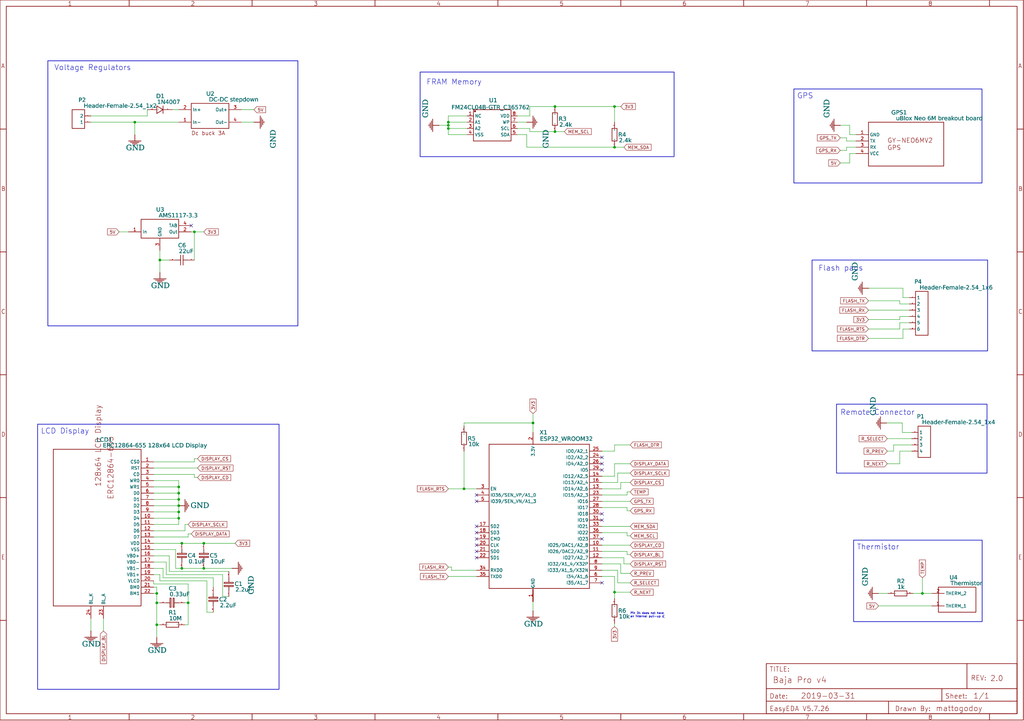
<source format=kicad_sch>
(kicad_sch (version 20231120) (generator "eeschema") (generator_version "8.0")
  (paper "User" 414.782 292.227)
  (lib_symbols
    (symbol "1206B226K160NT"
      (property "Reference" "C6" (at -1.4986 6.7691 0))
      (property "Value" "22uF" (at -1.4986 4.4831 0))
      (symbol "1206B226K160NT_0_0"
        (pin unspecified line (at -5.08 0 0) (length 2.54) (name "1") (number "1"))
        (pin unspecified line (at 5.08 0 180) (length 2.54) (name "2") (number "2"))
      )
    )
    (symbol "Cap_1206_EU"
      (property "Reference" "C1" (at 2.3368 0.8763 0))
      (property "Value" "2.2uF" (at 2.3368 -1.4097 0))
      (symbol "Cap_1206_EU_0_0"
        (pin unspecified line (at 0 -5.08 90) (length 2.54) (name "1") (number "1"))
        (pin unspecified line (at 0 5.08 270) (length 2.54) (name "2") (number "2"))
      )
    )
    (symbol "Cap_1206_EU_1"
      (property "Reference" "C2" (at 2.413 0.9271 0))
      (property "Value" "2.2uF" (at 2.413 -1.4097 0))
      (symbol "Cap_1206_EU_1_0_0"
        (pin unspecified line (at 0 5.08 270) (length 2.54) (name "1") (number "1"))
        (pin unspecified line (at 0 -5.08 90) (length 2.54) (name "2") (number "2"))
      )
    )
    (symbol "Cap_1206_EU_2"
      (property "Reference" "C3" (at -1.4986 6.6421 0))
      (property "Value" "0.33uF" (at -1.4986 4.3561 0))
      (symbol "Cap_1206_EU_2_0_0"
        (pin unspecified line (at -5.08 0 0) (length 2.54) (name "1") (number "1"))
        (pin unspecified line (at 5.08 0 180) (length 2.54) (name "2") (number "2"))
      )
    )
    (symbol "Cap_1206_EU_3"
      (property "Reference" "C4" (at 2.413 0.9271 0))
      (property "Value" "0.1uF" (at 2.413 -1.4097 0))
      (symbol "Cap_1206_EU_3_0_0"
        (pin unspecified line (at 0 5.08 270) (length 2.54) (name "1") (number "1"))
        (pin unspecified line (at 0 -5.08 90) (length 2.54) (name "2") (number "2"))
      )
    )
    (symbol "Cap_1206_EU_4"
      (property "Reference" "C5" (at 2.413 0.9271 0))
      (property "Value" "10uF" (at 2.413 -1.4097 0))
      (symbol "Cap_1206_EU_4_0_0"
        (pin unspecified line (at 0 5.08 270) (length 2.54) (name "1") (number "1"))
        (pin unspecified line (at 0 -5.08 90) (length 2.54) (name "2") (number "2"))
      )
    )
    (symbol "GND" (power) (pin_numbers hide) (pin_names hide)
      (property "Value" "GND" (at 0 6.35 0))
      (symbol "GND_0_0"
        (pin power_in line (at 0 0 270) (length 0) (name "GND") (number "1"))
      )
    )
    (symbol "Res_1206(1/4W)_EU"
      (property "Reference" "R1" (at -1.4986 5.8039 0))
      (property "Value" "10M" (at -1.4986 3.4671 0))
      (symbol "Res_1206(1/4W)_EU_0_0"
        (pin unspecified line (at -5.08 0 0) (length 2.54) (name "1") (number "1"))
        (pin unspecified line (at 5.08 0 180) (length 2.54) (name "2") (number "2"))
      )
    )
    (symbol "Res_1206(1/4W)_EU_1"
      (property "Reference" "R2" (at -1.4224 5.8039 0))
      (property "Value" "1k" (at -1.4224 3.4671 0))
      (symbol "Res_1206(1/4W)_EU_1_0_0"
        (pin unspecified line (at -5.08 0 0) (length 2.54) (name "1") (number "1"))
        (pin unspecified line (at 5.08 0 180) (length 2.54) (name "2") (number "2"))
      )
    )
    (symbol "Res_1206(1/4W)_EU_2"
      (property "Reference" "R3" (at 1.524 0.8763 0))
      (property "Value" "2.4k" (at 1.524 -1.4097 0))
      (symbol "Res_1206(1/4W)_EU_2_0_0"
        (pin unspecified line (at 0 -5.08 90) (length 2.54) (name "1") (number "1"))
        (pin unspecified line (at 0 5.08 270) (length 2.54) (name "2") (number "2"))
      )
    )
    (symbol "Res_1206(1/4W)_EU_3"
      (property "Reference" "R4" (at 1.524 0.8763 0))
      (property "Value" "2.4k" (at 1.524 -1.4097 0))
      (symbol "Res_1206(1/4W)_EU_3_0_0"
        (pin unspecified line (at 0 -5.08 90) (length 2.54) (name "1") (number "1"))
        (pin unspecified line (at 0 5.08 270) (length 2.54) (name "2") (number "2"))
      )
    )
    (symbol "Res_1206(1/4W)_EU_4"
      (property "Reference" "R5" (at 1.524 0.8509 0))
      (property "Value" "10k" (at 1.524 -1.3843 0))
      (symbol "Res_1206(1/4W)_EU_4_0_0"
        (pin unspecified line (at 0 -5.08 90) (length 2.54) (name "1") (number "1"))
        (pin unspecified line (at 0 5.08 270) (length 2.54) (name "2") (number "2"))
      )
    )
    (symbol "Res_1206(1/4W)_EU_5"
      (property "Reference" "R6" (at 1.524 0.9271 0))
      (property "Value" "10k" (at 1.524 -1.3589 0))
      (symbol "Res_1206(1/4W)_EU_5_0_0"
        (pin unspecified line (at 0 -5.08 90) (length 2.54) (name "1") (number "1"))
        (pin unspecified line (at 0 5.08 270) (length 2.54) (name "2") (number "2"))
      )
    )
    (symbol "Unknown_130_190"
      (property "Reference" "P2" (at -1.1938 8.5471 0))
      (property "Value" "Header-Female-2.54_1x2" (at -1.1938 6.2611 0))
      (symbol "Unknown_130_190_0_0"
        (pin input line (at 3.81 -1.27 180) (length 2.54) (name "1") (number "1"))
        (pin input line (at 3.81 1.27 180) (length 2.54) (name "2") (number "2"))
      )
    )
    (symbol "Unknown_1385_195"
      (property "Reference" "GPS1" (at 9.271 4.7371 0))
      (property "Value" "uBlox Neo 6M breakout board" (at 9.271 2.4511 0))
      (symbol "Unknown_1385_195_0_0"
        (text "GY-NEO6MV2\nGPS" (at 7.62 -6.2992 0) (effects (font (size 1.8288 1.8288)) (justify left top)))
        (pin unspecified line (at -5.08 -5.08 0) (length 5.08) (name "GND") (number "1"))
        (pin unspecified line (at -5.08 -7.62 0) (length 5.08) (name "TX") (number "2"))
        (pin unspecified line (at -5.08 -10.16 0) (length 5.08) (name "RX") (number "3"))
        (pin unspecified line (at -5.08 -12.7 0) (length 5.08) (name "VCC") (number "4"))
      )
    )
    (symbol "Unknown_1465_500"
      (property "Reference" "P4" (at -1.7018 13.6271 0))
      (property "Value" "Header-Female-2.54_1x6" (at -1.7018 11.3411 0))
      (symbol "Unknown_1465_500_0_0"
        (pin input line (at -3.81 6.35 0) (length 2.54) (name "1") (number "1"))
        (pin input line (at -3.81 3.81 0) (length 2.54) (name "2") (number "2"))
        (pin input line (at -3.81 1.27 0) (length 2.54) (name "3") (number "3"))
        (pin input line (at -3.81 -1.27 0) (length 2.54) (name "4") (number "4"))
        (pin input line (at -3.81 -3.81 0) (length 2.54) (name "5") (number "5"))
        (pin input line (at -3.81 -6.35 0) (length 2.54) (name "6") (number "6"))
      )
    )
    (symbol "Unknown_1469_705"
      (property "Reference" "P1" (at -1.7018 11.0871 0))
      (property "Value" "Header-Female-2.54_1x4" (at -1.7018 8.8011 0))
      (symbol "Unknown_1469_705_0_0"
        (pin input line (at -3.81 3.81 0) (length 2.54) (name "1") (number "1"))
        (pin input line (at -3.81 1.27 0) (length 2.54) (name "2") (number "2"))
        (pin input line (at -3.81 -1.27 0) (length 2.54) (name "3") (number "3"))
        (pin input line (at -3.81 -3.81 0) (length 2.54) (name "4") (number "4"))
      )
    )
    (symbol "Unknown_1506_957"
      (property "Reference" "U4" (at 2.1082 9.8171 0))
      (property "Value" "Thermistor" (at 2.1082 7.5311 0))
      (symbol "Unknown_1506_957_0_0"
        (pin unspecified line (at -5.08 -2.54 0) (length 5.08) (name "THERM_1") (number "1"))
        (pin unspecified line (at -5.08 2.54 0) (length 5.08) (name "THERM_2") (number "2"))
      )
    )
    (symbol "Unknown_155_837"
      (property "Reference" "LCD1" (at -0.2286 35.1663 0))
      (property "Value" "ERC12864-655 128x64 LCD Display" (at -0.2286 32.9311 0))
      (symbol "Unknown_155_837_0_0"
        (text "128x64 LCD Display" (at -0.8763 15.24 2700) (effects (font (size 2.1717 2.1717)) (justify left top)))
        (text "ERC12864-655" (at 4.1783 10.1346 2700) (effects (font (size 2.1717 2.1717)) (justify left top)))
        (pin unspecified line (at 22.86 25.4 180) (length 5.08) (name "CS0") (number "1"))
        (pin unspecified line (at 22.86 2.54 180) (length 5.08) (name "D4") (number "10"))
        (pin unspecified line (at 22.86 0 180) (length 5.08) (name "D5") (number "11"))
        (pin unspecified line (at 22.86 -2.54 180) (length 5.08) (name "D6") (number "12"))
        (pin unspecified line (at 22.86 -5.08 180) (length 5.08) (name "D7") (number "13"))
        (pin unspecified line (at 22.86 -7.62 180) (length 5.08) (name "VDD") (number "14"))
        (pin unspecified line (at 22.86 -10.16 180) (length 5.08) (name "VSS") (number "15"))
        (pin unspecified line (at 22.86 -12.7 180) (length 5.08) (name "VB0+") (number "16"))
        (pin unspecified line (at 22.86 -15.24 180) (length 5.08) (name "VB0-") (number "17"))
        (pin unspecified line (at 22.86 -17.78 180) (length 5.08) (name "VB1-") (number "18"))
        (pin unspecified line (at 22.86 -20.32 180) (length 5.08) (name "VB1+") (number "19"))
        (pin unspecified line (at 22.86 22.86 180) (length 5.08) (name "RST") (number "2"))
        (pin unspecified line (at 22.86 -22.86 180) (length 5.08) (name "VLCD") (number "20"))
        (pin unspecified line (at 22.86 -25.4 180) (length 5.08) (name "BM0") (number "21"))
        (pin unspecified line (at 22.86 -27.94 180) (length 5.08) (name "BM1") (number "22"))
        (pin unspecified line (at 2.54 -38.1 90) (length 5.08) (name "BL_A") (number "23"))
        (pin unspecified line (at -2.54 -38.1 90) (length 5.08) (name "BL_K") (number "24"))
        (pin unspecified line (at 22.86 20.32 180) (length 5.08) (name "CD") (number "3"))
        (pin unspecified line (at 22.86 17.78 180) (length 5.08) (name "WR0") (number "4"))
        (pin unspecified line (at 22.86 15.24 180) (length 5.08) (name "WR1") (number "5"))
        (pin unspecified line (at 22.86 12.7 180) (length 5.08) (name "D0") (number "6"))
        (pin unspecified line (at 22.86 10.16 180) (length 5.08) (name "D1") (number "7"))
        (pin unspecified line (at 22.86 7.62 180) (length 5.08) (name "D2") (number "8"))
        (pin unspecified line (at 22.86 5.08 180) (length 5.08) (name "D3") (number "9"))
      )
    )
    (symbol "Unknown_255_175"
      (property "Reference" "D1" (at -1.4986 6.3119 0))
      (property "Value" "1N4007" (at -1.4986 3.9751 0))
      (symbol "Unknown_255_175_0_0"
        (pin unspecified line (at -5.08 0 0) (length 3.81) (name "+") (number "1"))
        (pin unspecified line (at 5.08 0 180) (length 3.81) (name "-") (number "2"))
      )
    )
    (symbol "Unknown_255_375"
      (property "Reference" "U3" (at -1.4986 11.1125 0))
      (property "Value" "AMS1117-3.3" (at -1.4986 8.8011 0))
      (symbol "Unknown_255_375_0_0"
        (pin unspecified line (at -12.7 1.27 0) (length 5.08) (name "In") (number "1"))
        (pin unspecified line (at 12.7 1.27 180) (length 5.08) (name "Out") (number "2"))
        (pin unspecified line (at 0 -6.35 90) (length 5.08) (name "GND") (number "3"))
        (pin unspecified line (at 12.7 3.81 180) (length 5.08) (name "TAB") (number "4"))
      )
    )
    (symbol "Unknown_365_205"
      (property "Reference" "U2" (at -9.1186 14.8971 0))
      (property "Value" "DC-DC stepdown" (at -9.1186 12.6111 0))
      (symbol "Unknown_365_205_0_0"
        (text "Dc buck 3A" (at -15.24 -0.9716 0) (effects (font (size 1.5684 1.5684)) (justify left top)))
        (pin unspecified line (at -20.32 2.54 0) (length 5.08) (name "In-") (number "1"))
        (pin unspecified line (at -20.32 7.62 0) (length 5.08) (name "In+") (number "2"))
        (pin unspecified line (at 5.08 7.62 180) (length 5.08) (name "Out+") (number "3"))
        (pin unspecified line (at 5.08 2.54 180) (length 5.08) (name "Out-") (number "4"))
      )
    )
    (symbol "Unknown_785_200"
      (property "Reference" "U1" (at -1.2446 10.9601 0))
      (property "Value" "FM24CL04B-GTR_C365762" (at -17.78 8.1661 0))
      (symbol "Unknown_785_200_0_0"
        (pin unspecified line (at -10.16 3.81 0) (length 2.54) (name "NC") (number "1"))
        (pin unspecified line (at -10.16 1.27 0) (length 2.54) (name "A1") (number "2"))
        (pin unspecified line (at -10.16 -1.27 0) (length 2.54) (name "A2") (number "3"))
        (pin unspecified line (at -10.16 -3.81 0) (length 2.54) (name "VSS") (number "4"))
        (pin unspecified line (at 10.16 -3.81 180) (length 2.54) (name "SDA") (number "5"))
        (pin unspecified line (at 10.16 -1.27 180) (length 2.54) (name "SCL") (number "6"))
        (pin unspecified line (at 10.16 1.27 180) (length 2.54) (name "WP") (number "7"))
        (pin unspecified line (at 10.16 3.81 180) (length 2.54) (name "VDD") (number "8"))
      )
    )
    (symbol "Unknown_816_574"
      (symbol "Unknown_816_574_0_0"
        (text "1" (at -179.832 -143.9799 0) (effects (font (size 1.6891 1.6891)) (justify left top)))
        (text "1" (at -179.832 145.3261 0) (effects (font (size 1.6891 1.6891)) (justify left top)))
        (text "1/1" (at 186.944 -134.9883 0) (effects (font (size 2.1717 2.1717)) (justify left top)))
        (text "2" (at -130.048 -143.9799 0) (effects (font (size 1.6891 1.6891)) (justify left top)))
        (text "2" (at -130.048 145.3261 0) (effects (font (size 1.6891 1.6891)) (justify left top)))
        (text "2.0" (at 193.802 -127.8763 0) (effects (font (size 2.1717 2.1717)) (justify left top)))
        (text "2019-03-31" (at 117.094 -134.9883 0) (effects (font (size 2.1717 2.1717)) (justify left top)))
        (text "3" (at -80.264 -143.9799 0) (effects (font (size 1.6891 1.6891)) (justify left top)))
        (text "3" (at -80.264 145.3261 0) (effects (font (size 1.6891 1.6891)) (justify left top)))
        (text "4" (at -30.48 -143.9799 0) (effects (font (size 1.6891 1.6891)) (justify left top)))
        (text "4" (at -30.48 145.3261 0) (effects (font (size 1.6891 1.6891)) (justify left top)))
        (text "5" (at 19.304 -143.9799 0) (effects (font (size 1.6891 1.6891)) (justify left top)))
        (text "5" (at 19.304 145.3261 0) (effects (font (size 1.6891 1.6891)) (justify left top)))
        (text "6" (at 69.088 -143.9799 0) (effects (font (size 1.6891 1.6891)) (justify left top)))
        (text "6" (at 69.088 145.3261 0) (effects (font (size 1.6891 1.6891)) (justify left top)))
        (text "7" (at 118.872 -143.9799 0) (effects (font (size 1.6891 1.6891)) (justify left top)))
        (text "7" (at 118.872 145.3261 0) (effects (font (size 1.6891 1.6891)) (justify left top)))
        (text "8" (at 168.656 -143.9799 0) (effects (font (size 1.6891 1.6891)) (justify left top)))
        (text "8" (at 168.656 145.3261 0) (effects (font (size 1.6891 1.6891)) (justify left top)))
        (text "A" (at -206.883 120.0531 0) (effects (font (size 1.6891 1.6891)) (justify left top)))
        (text "A" (at 205.105 120.0531 0) (effects (font (size 1.6891 1.6891)) (justify left top)))
        (text "B" (at -206.883 70.2691 0) (effects (font (size 1.6891 1.6891)) (justify left top)))
        (text "B" (at 205.105 70.2691 0) (effects (font (size 1.6891 1.6891)) (justify left top)))
        (text "Baja Pro v4" (at 105.664 -128.397 0) (effects (font (size 2.413 2.413)) (justify left top)))
        (text "C" (at -206.883 20.4851 0) (effects (font (size 1.6891 1.6891)) (justify left top)))
        (text "C" (at 205.105 20.4851 0) (effects (font (size 1.6891 1.6891)) (justify left top)))
        (text "D" (at -206.883 -29.2989 0) (effects (font (size 1.6891 1.6891)) (justify left top)))
        (text "D" (at 205.105 -29.2989 0) (effects (font (size 1.6891 1.6891)) (justify left top)))
        (text "Date:" (at 104.394 -135.2296 0) (effects (font (size 1.9304 1.9304)) (justify left top)))
        (text "Drawn By:" (at 155.194 -140.3096 0) (effects (font (size 1.9304 1.9304)) (justify left top)))
        (text "E" (at -206.883 -79.0829 0) (effects (font (size 1.6891 1.6891)) (justify left top)))
        (text "E" (at 205.105 -79.0829 0) (effects (font (size 1.6891 1.6891)) (justify left top)))
        (text "EasyEDA V5.7.26" (at 104.394 -140.3096 0) (effects (font (size 1.9304 1.9304)) (justify left top)))
        (text "mattogodoy" (at 171.704 -140.0683 0) (effects (font (size 2.1717 2.1717)) (justify left top)))
        (text "REV:" (at 185.928 -127.8636 0) (effects (font (size 1.9304 1.9304)) (justify left top)))
        (text "Sheet:" (at 175.514 -135.2296 0) (effects (font (size 1.9304 1.9304)) (justify left top)))
        (text "TITLE:" (at 104.394 -124.3076 0) (effects (font (size 1.9304 1.9304)) (justify left top)))
      )
    )
    (symbol "Unknown_850_940"
      (property "Reference" "X1" (at 2.667 64.3001 0))
      (property "Value" "ESP32_WROOM32" (at 2.54 61.7601 0))
      (symbol "Unknown_850_940_0_0"
        (pin bidirectional line (at 0 -5.08 90) (length 4.9784) (name "GND") (number "1"))
        (pin bidirectional line (at 27.94 17.78 180) (length 4.9784) (name "IO25/DAC1/A2_8") (number "10"))
        (pin bidirectional line (at 27.94 15.24 180) (length 4.9784) (name "IO26/DAC2/A2_9") (number "11"))
        (pin bidirectional line (at 27.94 12.7 180) (length 4.9784) (name "IO27/A2_7") (number "12"))
        (pin bidirectional line (at 27.94 40.64 180) (length 4.9784) (name "IO14/A2_6") (number "13"))
        (pin bidirectional line (at 27.94 45.72 180) (length 4.9784) (name "IO12/A2_5") (number "14"))
        (pin bidirectional line (at 0 -5.08 90) (length 4.9784) (name "GND") (number "15"))
        (pin bidirectional line (at 27.94 43.18 180) (length 4.9784) (name "IO13/A2_4") (number "16"))
        (pin bidirectional line (at -22.86 25.4 0) (length 4.9784) (name "SD2") (number "17"))
        (pin bidirectional line (at -22.86 22.86 0) (length 4.9784) (name "SD3") (number "18"))
        (pin bidirectional line (at -22.86 20.32 0) (length 4.9784) (name "CMD") (number "19"))
        (pin bidirectional line (at 0 63.5 270) (length 4.9784) (name "3.3V") (number "2"))
        (pin bidirectional line (at -22.86 17.78 0) (length 4.9784) (name "CLK") (number "20"))
        (pin bidirectional line (at -22.86 15.24 0) (length 4.9784) (name "SD0") (number "21"))
        (pin bidirectional line (at -22.86 12.7 0) (length 4.9784) (name "SD1") (number "22"))
        (pin bidirectional line (at 27.94 38.1 180) (length 4.9784) (name "IO15/A2_3") (number "23"))
        (pin bidirectional line (at 27.94 53.34 180) (length 4.9784) (name "IO2/A2_2") (number "24"))
        (pin bidirectional line (at 27.94 55.88 180) (length 4.9784) (name "IO0/A2_1") (number "25"))
        (pin bidirectional line (at 27.94 50.8 180) (length 4.9784) (name "IO4/A2_0") (number "26"))
        (pin bidirectional line (at 27.94 35.56 180) (length 4.9784) (name "IO16") (number "27"))
        (pin bidirectional line (at 27.94 33.02 180) (length 4.9784) (name "IO17") (number "28"))
        (pin bidirectional line (at 27.94 48.26 180) (length 4.9784) (name "IO5") (number "29"))
        (pin bidirectional line (at -22.86 40.64 0) (length 4.9784) (name "EN") (number "3"))
        (pin bidirectional line (at 27.94 30.48 180) (length 4.9784) (name "IO18") (number "30"))
        (pin bidirectional line (at 27.94 27.94 180) (length 4.9784) (name "IO19") (number "31"))
        (pin bidirectional line (at 27.94 25.4 180) (length 4.9784) (name "IO21") (number "33"))
        (pin bidirectional line (at -22.86 7.62 0) (length 4.9784) (name "RXD0") (number "34"))
        (pin bidirectional line (at -22.86 5.08 0) (length 4.9784) (name "TXD0") (number "35"))
        (pin bidirectional line (at 27.94 22.86 180) (length 4.9784) (name "IO22") (number "36"))
        (pin bidirectional line (at 27.94 20.32 180) (length 4.9784) (name "IO23") (number "37"))
        (pin bidirectional line (at 0 -5.08 90) (length 4.9784) (name "GND") (number "38"))
        (pin bidirectional line (at -22.86 38.1 0) (length 4.9784) (name "IO36/SEN_VP/A1_0") (number "4"))
        (pin bidirectional line (at -22.86 35.56 0) (length 4.9784) (name "IO39/SEN_VN/A1_3") (number "5"))
        (pin bidirectional line (at 27.94 5.08 180) (length 4.9784) (name "I34/A1_6") (number "6"))
        (pin bidirectional line (at 27.94 2.54 180) (length 4.9784) (name "I35/A1_7") (number "7"))
        (pin bidirectional line (at 27.94 10.16 180) (length 4.9784) (name "IO32/A1_4/X32P") (number "8"))
        (pin bidirectional line (at 27.94 7.62 180) (length 4.9784) (name "IO33/A1_5/X32N") (number "9"))
        (pin bidirectional line (at 0 -5.08 90) (length 4.9784) (name "GND") (number "P$1"))
      )
    )
  )
  (junction (at 63.5 253.238))
  (junction (at 72.39 197.358))
  (junction (at 181.61 49.53))
  (junction (at 248.92 59.69))
  (junction (at 72.39 210.058))
  (junction (at 63.5 240.538))
  (junction (at 63.5 244.348))
  (junction (at 248.92 43.18))
  (junction (at 187.96 198.12))
  (junction (at 248.92 240.03))
  (junction (at 78.74 93.98))
  (junction (at 181.61 52.07))
  (junction (at 72.39 204.978))
  (junction (at 82.55 230.378))
  (junction (at 72.39 199.898))
  (junction (at 215.9 171.45))
  (junction (at 73.66 220.218))
  (junction (at 82.55 220.218))
  (junction (at 224.79 53.34))
  (junction (at 64.77 105.41))
  (junction (at 373.634 240.538))
  (junction (at 181.61 50.8))
  (junction (at 76.2 244.348))
  (junction (at 73.66 230.378))
  (junction (at 54.61 49.53))
  (junction (at 224.79 43.18))
  (junction (at 72.39 202.438))
  (junction (at 72.39 207.518))
  (no_connect (at 243.84 208.28))
  (no_connect (at 243.84 185.42))
  (no_connect (at 243.84 187.96))
  (no_connect (at 193.04 213.36))
  (no_connect (at 77.47 91.44))
  (no_connect (at 243.84 190.5))
  (no_connect (at 243.84 218.44))
  (no_connect (at 193.04 220.98))
  (no_connect (at 193.04 223.52))
  (no_connect (at 193.04 203.2))
  (no_connect (at 193.04 215.9))
  (no_connect (at 193.04 226.06))
  (no_connect (at 243.84 210.82))
  (no_connect (at 193.04 200.66))
  (no_connect (at 243.84 236.22))
  (no_connect (at 193.04 218.44))
  (wire (pts (xy 76.2 236.728) (xy 62.23 236.728)))
  (wire (pts (xy 248.92 240.03) (xy 255.27 240.03)))
  (wire (pts (xy 182.88 231.14) (xy 193.04 231.14)))
  (wire (pts (xy 181.61 233.68) (xy 193.04 233.68)))
  (wire (pts (xy 344.17 50.8) (xy 344.17 54.61)))
  (wire (pts (xy 78.74 105.41) (xy 78.74 93.98)))
  (wire (pts (xy 213.36 54.61) (xy 213.36 59.69)))
  (wire (pts (xy 76.2 216.408) (xy 76.2 217.678)))
  (wire (pts (xy 254 223.52) (xy 254 224.79)))
  (wire (pts (xy 254 215.9) (xy 254 217.17)))
  (wire (pts (xy 62.23 210.058) (xy 72.39 210.058)))
  (wire (pts (xy 54.61 54.61) (xy 54.61 49.53)))
  (wire (pts (xy 181.61 49.53) (xy 181.61 50.8)))
  (wire (pts (xy 182.88 229.87) (xy 182.88 231.14)))
  (wire (pts (xy 62.23 202.438) (xy 72.39 202.438)))
  (wire (pts (xy 62.23 227.838) (xy 67.31 227.838)))
  (wire (pts (xy 248.92 43.18) (xy 251.46 43.18)))
  (wire (pts (xy 248.92 180.34) (xy 248.92 182.88)))
  (wire (pts (xy 215.9 167.64) (xy 215.9 171.45)))
  (wire (pts (xy 340.36 55.88) (xy 342.9 55.88)))
  (wire (pts (xy 82.55 220.218) (xy 95.25 220.218)))
  (wire (pts (xy 344.17 54.61) (xy 346.71 54.61)))
  (wire (pts (xy 187.96 182.88) (xy 187.96 198.12)))
  (wire (pts (xy 351.79 116.84) (xy 365.76 116.84)))
  (wire (pts (xy 214.63 52.07) (xy 214.63 53.34)))
  (wire (pts (xy 214.63 46.99) (xy 214.63 43.18)))
  (wire (pts (xy 243.84 213.36) (xy 255.27 213.36)))
  (wire (pts (xy 62.23 197.358) (xy 72.39 197.358)))
  (wire (pts (xy 364.49 121.92) (xy 364.49 123.19)))
  (wire (pts (xy 355.854 245.618) (xy 377.444 245.618)))
  (wire (pts (xy 73.66 220.218) (xy 82.55 220.218)))
  (wire (pts (xy 351.79 129.54) (xy 364.49 129.54)))
  (wire (pts (xy 215.9 171.45) (xy 215.9 175.26)))
  (wire (pts (xy 214.63 43.18) (xy 224.79 43.18)))
  (wire (pts (xy 248.92 242.57) (xy 248.92 240.03)))
  (wire (pts (xy 181.61 54.61) (xy 181.61 52.07)))
  (wire (pts (xy 72.39 194.818) (xy 62.23 194.818)))
  (wire (pts (xy 187.96 172.72) (xy 187.96 171.45)))
  (wire (pts (xy 64.77 244.348) (xy 63.5 244.348)))
  (wire (pts (xy 215.9 247.65) (xy 215.9 243.84)))
  (wire (pts (xy 243.84 233.68) (xy 248.92 233.68)))
  (wire (pts (xy 342.9 59.69) (xy 346.71 59.69)))
  (wire (pts (xy 243.84 220.98) (xy 255.27 220.98)))
  (wire (pts (xy 77.47 216.408) (xy 76.2 216.408)))
  (wire (pts (xy 209.55 52.07) (xy 214.63 52.07)))
  (wire (pts (xy 243.84 195.58) (xy 250.19 195.58)))
  (wire (pts (xy 62.23 240.538) (xy 63.5 240.538)))
  (wire (pts (xy 243.84 231.14) (xy 250.19 231.14)))
  (wire (pts (xy 209.55 46.99) (xy 214.63 46.99)))
  (wire (pts (xy 364.49 128.27) (xy 368.3 128.27)))
  (wire (pts (xy 72.39 199.898) (xy 72.39 197.358)))
  (wire (pts (xy 189.23 52.07) (xy 181.61 52.07)))
  (wire (pts (xy 254 200.66) (xy 254 199.39)))
  (wire (pts (xy 48.26 93.98) (xy 52.07 93.98)))
  (wire (pts (xy 243.84 228.6) (xy 251.46 228.6)))
  (wire (pts (xy 251.46 198.12) (xy 251.46 195.58)))
  (wire (pts (xy 243.84 205.74) (xy 254 205.74)))
  (wire (pts (xy 64.77 235.458) (xy 83.82 235.458)))
  (wire (pts (xy 243.84 223.52) (xy 254 223.52)))
  (wire (pts (xy 62.23 222.758) (xy 71.12 222.758)))
  (wire (pts (xy 254 205.74) (xy 254 207.01)))
  (wire (pts (xy 243.84 203.2) (xy 255.27 203.2)))
  (wire (pts (xy 90.17 241.808) (xy 92.71 241.808)))
  (wire (pts (xy 243.84 193.04) (xy 248.92 193.04)))
  (wire (pts (xy 359.156 171.45) (xy 365.506 171.45)))
  (wire (pts (xy 72.39 210.058) (xy 72.39 207.518)))
  (wire (pts (xy 97.79 44.45) (xy 102.87 44.45)))
  (wire (pts (xy 41.91 250.698) (xy 41.91 255.778)))
  (wire (pts (xy 377.444 240.538) (xy 373.634 240.538)))
  (wire (pts (xy 66.04 230.378) (xy 62.23 230.378)))
  (wire (pts (xy 365.506 175.26) (xy 369.316 175.26)))
  (wire (pts (xy 189.23 46.99) (xy 181.61 46.99)))
  (wire (pts (xy 250.19 195.58) (xy 250.19 191.77)))
  (wire (pts (xy 62.23 204.978) (xy 72.39 204.978)))
  (wire (pts (xy 62.23 189.738) (xy 80.01 189.738)))
  (wire (pts (xy 78.74 192.278) (xy 78.74 193.548)))
  (wire (pts (xy 340.36 66.04) (xy 344.17 66.04)))
  (wire (pts (xy 62.23 199.898) (xy 72.39 199.898)))
  (wire (pts (xy 243.84 226.06) (xy 252.73 226.06)))
  (wire (pts (xy 36.83 49.53) (xy 54.61 49.53)))
  (wire (pts (xy 373.634 234.188) (xy 373.634 240.538)))
  (wire (pts (xy 74.93 212.598) (xy 76.2 212.598)))
  (wire (pts (xy 64.77 232.918) (xy 64.77 235.458)))
  (wire (pts (xy 365.76 120.65) (xy 368.3 120.65)))
  (wire (pts (xy 78.74 93.98) (xy 82.55 93.98)))
  (wire (pts (xy 365.506 171.45) (xy 365.506 175.26)))
  (wire (pts (xy 364.49 129.54) (xy 364.49 128.27)))
  (wire (pts (xy 64.77 105.41) (xy 64.77 110.49)))
  (wire (pts (xy 344.17 62.23) (xy 346.71 62.23)))
  (wire (pts (xy 66.04 234.188) (xy 66.04 230.378)))
  (wire (pts (xy 86.36 237.998) (xy 86.36 234.188)))
  (wire (pts (xy 62.23 237.998) (xy 63.5 237.998)))
  (wire (pts (xy 68.58 225.298) (xy 68.58 231.648)))
  (wire (pts (xy 361.95 180.34) (xy 369.316 180.34)))
  (wire (pts (xy 68.58 231.648) (xy 92.71 231.648)))
  (wire (pts (xy 365.76 137.16) (xy 365.76 133.35)))
  (wire (pts (xy 243.84 198.12) (xy 251.46 198.12)))
  (wire (pts (xy 248.92 59.69) (xy 252.73 59.69)))
  (wire (pts (xy 62.23 212.598) (xy 72.39 212.598)))
  (wire (pts (xy 72.39 212.598) (xy 72.39 210.058)))
  (wire (pts (xy 82.55 230.378) (xy 93.98 230.378)))
  (wire (pts (xy 67.31 227.838) (xy 67.31 232.918)))
  (wire (pts (xy 344.17 66.04) (xy 344.17 62.23)))
  (wire (pts (xy 181.61 52.07) (xy 181.61 50.8)))
  (wire (pts (xy 252.73 228.6) (xy 255.27 228.6)))
  (wire (pts (xy 62.23 215.138) (xy 74.93 215.138)))
  (wire (pts (xy 62.23 236.728) (xy 62.23 235.458)))
  (wire (pts (xy 74.93 215.138) (xy 74.93 212.598)))
  (wire (pts (xy 68.58 105.41) (xy 64.77 105.41)))
  (wire (pts (xy 74.93 253.238) (xy 76.2 253.238)))
  (wire (pts (xy 364.49 123.19) (xy 368.3 123.19)))
  (wire (pts (xy 189.23 49.53) (xy 181.61 49.53)))
  (wire (pts (xy 63.5 240.538) (xy 63.5 244.348)))
  (wire (pts (xy 224.79 53.34) (xy 228.6 53.34)))
  (wire (pts (xy 71.12 230.378) (xy 73.66 230.378)))
  (wire (pts (xy 251.46 232.41) (xy 255.27 232.41)))
  (wire (pts (xy 66.04 234.188) (xy 86.36 234.188)))
  (wire (pts (xy 252.73 226.06) (xy 252.73 228.6)))
  (wire (pts (xy 209.55 49.53) (xy 213.36 49.53)))
  (wire (pts (xy 359.664 240.538) (xy 355.854 240.538)))
  (wire (pts (xy 248.92 49.53) (xy 248.92 43.18)))
  (wire (pts (xy 243.84 215.9) (xy 254 215.9)))
  (wire (pts (xy 340.36 50.8) (xy 344.17 50.8)))
  (wire (pts (xy 64.77 101.6) (xy 64.77 105.41)))
  (wire (pts (xy 62.23 220.218) (xy 73.66 220.218)))
  (wire (pts (xy 213.36 59.69) (xy 248.92 59.69)))
  (wire (pts (xy 72.39 197.358) (xy 72.39 194.818)))
  (wire (pts (xy 209.55 54.61) (xy 213.36 54.61)))
  (wire (pts (xy 78.74 193.548) (xy 80.01 193.548)))
  (wire (pts (xy 63.5 244.348) (xy 63.5 253.238)))
  (wire (pts (xy 248.92 182.88) (xy 243.84 182.88)))
  (wire (pts (xy 187.96 171.45) (xy 215.9 171.45)))
  (wire (pts (xy 72.39 44.45) (xy 69.85 44.45)))
  (wire (pts (xy 255.27 180.34) (xy 248.92 180.34)))
  (wire (pts (xy 250.19 191.77) (xy 255.27 191.77)))
  (wire (pts (xy 181.61 46.99) (xy 181.61 49.53)))
  (wire (pts (xy 351.79 121.92) (xy 364.49 121.92)))
  (wire (pts (xy 62.23 207.518) (xy 72.39 207.518)))
  (wire (pts (xy 359.41 187.96) (xy 364.49 187.96)))
  (wire (pts (xy 364.49 187.96) (xy 364.49 182.88)))
  (wire (pts (xy 73.66 230.378) (xy 82.55 230.378)))
  (wire (pts (xy 76.2 253.238) (xy 76.2 244.348)))
  (wire (pts (xy 361.95 182.88) (xy 361.95 180.34)))
  (wire (pts (xy 342.9 60.96) (xy 342.9 59.69)))
  (wire (pts (xy 36.83 250.698) (xy 36.83 255.778)))
  (wire (pts (xy 181.61 229.87) (xy 182.88 229.87)))
  (wire (pts (xy 250.19 236.22) (xy 255.27 236.22)))
  (wire (pts (xy 351.79 125.73) (xy 368.3 125.73)))
  (wire (pts (xy 83.82 248.158) (xy 86.36 248.158)))
  (wire (pts (xy 59.69 46.99) (xy 36.83 46.99)))
  (wire (pts (xy 254 199.39) (xy 255.27 199.39)))
  (wire (pts (xy 77.47 93.98) (xy 78.74 93.98)))
  (wire (pts (xy 250.19 231.14) (xy 250.19 236.22)))
  (wire (pts (xy 67.31 232.918) (xy 90.17 232.918)))
  (wire (pts (xy 243.84 200.66) (xy 254 200.66)))
  (wire (pts (xy 76.2 217.678) (xy 62.23 217.678)))
  (wire (pts (xy 342.9 55.88) (xy 342.9 57.15)))
  (wire (pts (xy 373.634 240.538) (xy 369.824 240.538)))
  (wire (pts (xy 254 217.17) (xy 255.27 217.17)))
  (wire (pts (xy 364.49 130.81) (xy 368.3 130.81)))
  (wire (pts (xy 365.76 116.84) (xy 365.76 120.65)))
  (wire (pts (xy 54.61 49.53) (xy 72.39 49.53)))
  (wire (pts (xy 251.46 228.6) (xy 251.46 232.41)))
  (wire (pts (xy 97.79 49.53) (xy 102.87 49.53)))
  (wire (pts (xy 248.92 254) (xy 248.92 252.73)))
  (wire (pts (xy 64.77 253.238) (xy 63.5 253.238)))
  (wire (pts (xy 62.23 192.278) (xy 78.74 192.278)))
  (wire (pts (xy 254 224.79) (xy 255.27 224.79)))
  (wire (pts (xy 181.61 198.12) (xy 187.96 198.12)))
  (wire (pts (xy 342.9 57.15) (xy 346.71 57.15)))
  (wire (pts (xy 359.41 182.88) (xy 361.95 182.88)))
  (wire (pts (xy 365.76 133.35) (xy 368.3 133.35)))
  (wire (pts (xy 189.23 54.61) (xy 181.61 54.61)))
  (wire (pts (xy 251.46 195.58) (xy 255.27 195.58)))
  (wire (pts (xy 248.92 233.68) (xy 248.92 240.03)))
  (wire (pts (xy 359.41 177.8) (xy 369.316 177.8)))
  (wire (pts (xy 74.93 244.348) (xy 76.2 244.348)))
  (wire (pts (xy 214.63 53.34) (xy 224.79 53.34)))
  (wire (pts (xy 72.39 207.518) (xy 72.39 204.978)))
  (wire (pts (xy 76.2 244.348) (xy 76.2 236.728)))
  (wire (pts (xy 254 207.01) (xy 255.27 207.01)))
  (wire (pts (xy 90.17 232.918) (xy 90.17 241.808)))
  (wire (pts (xy 78.74 185.928) (xy 80.01 185.928)))
  (wire (pts (xy 59.69 44.45) (xy 59.69 46.99)))
  (wire (pts (xy 71.12 222.758) (xy 71.12 230.378)))
  (wire (pts (xy 248.92 193.04) (xy 248.92 187.96)))
  (wire (pts (xy 340.36 60.96) (xy 342.9 60.96)))
  (wire (pts (xy 83.82 235.458) (xy 83.82 248.158)))
  (wire (pts (xy 181.61 50.8) (xy 177.8 50.8)))
  (wire (pts (xy 63.5 253.238) (xy 63.5 258.318)))
  (wire (pts (xy 364.49 182.88) (xy 369.316 182.88)))
  (wire (pts (xy 78.74 187.198) (xy 78.74 185.928)))
  (wire (pts (xy 72.39 202.438) (xy 72.39 199.898)))
  (wire (pts (xy 63.5 237.998) (xy 63.5 240.538)))
  (wire (pts (xy 351.79 133.35) (xy 364.49 133.35)))
  (wire (pts (xy 62.23 232.918) (xy 64.77 232.918)))
  (wire (pts (xy 224.79 43.18) (xy 248.92 43.18)))
  (wire (pts (xy 248.92 187.96) (xy 255.27 187.96)))
  (wire (pts (xy 72.39 204.978) (xy 72.39 202.438)))
  (wire (pts (xy 364.49 133.35) (xy 364.49 130.81)))
  (wire (pts (xy 351.79 137.16) (xy 365.76 137.16)))
  (wire (pts (xy 187.96 198.12) (xy 193.04 198.12)))
  (wire (pts (xy 62.23 187.198) (xy 78.74 187.198)))
  (wire (pts (xy 62.23 225.298) (xy 68.58 225.298)))
  (rectangle (start 345.7702 218.948) (end 397.8402 251.968) (stroke (width 0.254)))
  (rectangle (start 328.93 105.41) (end 400.05 142.24) (stroke (width 0.254)))
  (rectangle (start 15.24 171.958) (end 113.03 279.4) (stroke (width 0.254)))
  (rectangle (start 321.564 36.068) (end 397.764 74.168) (stroke (width 0.254)))
  (rectangle (start 19.3802 24.638) (end 120.65 132.08) (stroke (width 0.254)))
  (rectangle (start 170.18 29.21) (end 273.05 63.5) (stroke (width 0.254)))
  (rectangle (start 338.836 163.83) (end 399.796 191.77) (stroke (width 0.254)))
  (text "FRAM Memory" (at 172.72 32.1183 0) (effects (font (size 2.1717 2.1717)) (justify left top)))
  (text "Thermistor" (at 347.0402 220.5863 0) (effects (font (size 2.1717 2.1717)) (justify left top)))
  (text "GPS" (at 322.834 37.7063 0) (effects (font (size 2.1717 2.1717)) (justify left top)))
  (text "Pin 34 does not have\nan internal pull-up :(" (at 255.27 248.2342 0) (effects (font (size 0.8128 0.8128)) (justify left top)))
  (text "Flash pads" (at 331.47 107.5563 0) (effects (font (size 2.1717 2.1717)) (justify left top)))
  (text "Voltage Regulators" (at 21.9202 26.2763 0) (effects (font (size 2.1717 2.1717)) (justify left top)))
  (text "LCD Display" (at 16.51 173.5963 0) (effects (font (size 2.1717 2.1717)) (justify left top)))
  (text "Remote Connector" (at 340.36 166.0271 0) (effects (font (size 2.1717 2.1717)) (justify left top)))
  (global_label "DISPLAY_CD" (shape input) (at 255.27 220.98 0) (property "Intersheetrefs" "${INTERSHEET_REFS}" (effects (hide yes))))
  (global_label "5V" (shape input) (at 340.36 66.04 180) (property "Intersheetrefs" "${INTERSHEET_REFS}" (effects (hide yes))))
  (global_label "3V3" (shape input) (at 251.46 43.18 0) (property "Intersheetrefs" "${INTERSHEET_REFS}" (effects (hide yes))))
  (global_label "3V3" (shape input) (at 215.9 167.64 90) (property "Intersheetrefs" "${INTERSHEET_REFS}" (effects (hide yes))))
  (global_label "GPS_RX" (shape input) (at 340.36 60.96 180) (property "Intersheetrefs" "${INTERSHEET_REFS}" (effects (hide yes))))
  (global_label "DISPLAY_RST" (shape input) (at 80.01 189.738 0) (property "Intersheetrefs" "${INTERSHEET_REFS}" (effects (hide yes))))
  (global_label "5V" (shape input) (at 102.87 44.45 0) (property "Intersheetrefs" "${INTERSHEET_REFS}" (effects (hide yes))))
  (global_label "DISPLAY_RST" (shape input) (at 255.27 228.6 0) (property "Intersheetrefs" "${INTERSHEET_REFS}" (effects (hide yes))))
  (global_label "DISPLAY_SCLK" (shape input) (at 255.27 191.77 0) (property "Intersheetrefs" "${INTERSHEET_REFS}" (effects (hide yes))))
  (global_label "FLASH_DTR" (shape input) (at 255.27 180.34 0) (property "Intersheetrefs" "${INTERSHEET_REFS}" (effects (hide yes))))
  (global_label "MEM_SCL" (shape input) (at 228.6 53.34 0) (property "Intersheetrefs" "${INTERSHEET_REFS}" (effects (hide yes))))
  (global_label "DISPLAY_SCLK" (shape input) (at 76.2 212.598 0) (property "Intersheetrefs" "${INTERSHEET_REFS}" (effects (hide yes))))
  (global_label "R_NEXT" (shape input) (at 359.41 187.96 180) (property "Intersheetrefs" "${INTERSHEET_REFS}" (effects (hide yes))))
  (global_label "FLASH_TX" (shape input) (at 181.61 233.68 180) (property "Intersheetrefs" "${INTERSHEET_REFS}" (effects (hide yes))))
  (global_label "R_SELECT" (shape input) (at 255.27 236.22 0) (property "Intersheetrefs" "${INTERSHEET_REFS}" (effects (hide yes))))
  (global_label "GPS_RX" (shape input) (at 255.27 207.01 0) (property "Intersheetrefs" "${INTERSHEET_REFS}" (effects (hide yes))))
  (global_label "GPS_TX" (shape input) (at 255.27 203.2 0) (property "Intersheetrefs" "${INTERSHEET_REFS}" (effects (hide yes))))
  (global_label "DISPLAY_DATA" (shape input) (at 77.47 216.408 0) (property "Intersheetrefs" "${INTERSHEET_REFS}" (effects (hide yes))))
  (global_label "DISPLAY_CS" (shape input) (at 80.01 185.928 0) (property "Intersheetrefs" "${INTERSHEET_REFS}" (effects (hide yes))))
  (global_label "5V" (shape input) (at 355.854 245.618 180) (property "Intersheetrefs" "${INTERSHEET_REFS}" (effects (hide yes))))
  (global_label "GPS_TX" (shape input) (at 340.36 55.88 180) (property "Intersheetrefs" "${INTERSHEET_REFS}" (effects (hide yes))))
  (global_label "FLASH_DTR" (shape input) (at 351.79 137.16 180) (property "Intersheetrefs" "${INTERSHEET_REFS}" (effects (hide yes))))
  (global_label "5V" (shape input) (at 48.26 93.98 180) (property "Intersheetrefs" "${INTERSHEET_REFS}" (effects (hide yes))))
  (global_label "R_NEXT" (shape input) (at 255.27 240.03 0) (property "Intersheetrefs" "${INTERSHEET_REFS}" (effects (hide yes))))
  (global_label "3V3" (shape input) (at 82.55 93.98 0) (property "Intersheetrefs" "${INTERSHEET_REFS}" (effects (hide yes))))
  (global_label "FLASH_RX" (shape input) (at 181.61 229.87 180) (property "Intersheetrefs" "${INTERSHEET_REFS}" (effects (hide yes))))
  (global_label "R_PREV" (shape input) (at 255.27 232.41 0) (property "Intersheetrefs" "${INTERSHEET_REFS}" (effects (hide yes))))
  (global_label "FLASH_TX" (shape input) (at 351.79 121.92 180) (property "Intersheetrefs" "${INTERSHEET_REFS}" (effects (hide yes))))
  (global_label "DISPLAY_BL" (shape input) (at 255.27 224.79 0) (property "Intersheetrefs" "${INTERSHEET_REFS}" (effects (hide yes))))
  (global_label "FLASH_RTS" (shape input) (at 181.61 198.12 180) (property "Intersheetrefs" "${INTERSHEET_REFS}" (effects (hide yes))))
  (global_label "MEM_SDA" (shape input) (at 255.27 213.36 0) (property "Intersheetrefs" "${INTERSHEET_REFS}" (effects (hide yes))))
  (global_label "3V3" (shape input) (at 95.25 220.218 0) (property "Intersheetrefs" "${INTERSHEET_REFS}" (effects (hide yes))))
  (global_label "DISPLAY_DATA" (shape input) (at 255.27 187.96 0) (property "Intersheetrefs" "${INTERSHEET_REFS}" (effects (hide yes))))
  (global_label "DISPLAY_CS" (shape input) (at 255.27 195.58 0) (property "Intersheetrefs" "${INTERSHEET_REFS}" (effects (hide yes))))
  (global_label "TEMP" (shape input) (at 255.27 199.39 0) (property "Intersheetrefs" "${INTERSHEET_REFS}" (effects (hide yes))))
  (global_label "R_SELECT" (shape input) (at 359.41 177.8 180) (property "Intersheetrefs" "${INTERSHEET_REFS}" (effects (hide yes))))
  (global_label "FLASH_RTS" (shape input) (at 351.79 133.35 180) (property "Intersheetrefs" "${INTERSHEET_REFS}" (effects (hide yes))))
  (global_label "3V3" (shape input) (at 351.79 129.54 180) (property "Intersheetrefs" "${INTERSHEET_REFS}" (effects (hide yes))))
  (global_label "3V3" (shape input) (at 248.92 254 270) (property "Intersheetrefs" "${INTERSHEET_REFS}" (effects (hide yes))))
  (global_label "MEM_SCL" (shape input) (at 255.27 217.17 0) (property "Intersheetrefs" "${INTERSHEET_REFS}" (effects (hide yes))))
  (global_label "DISPLAY_CD" (shape input) (at 80.01 193.548 0) (property "Intersheetrefs" "${INTERSHEET_REFS}" (effects (hide yes))))
  (global_label "TEMP" (shape input) (at 373.634 234.188 90) (property "Intersheetrefs" "${INTERSHEET_REFS}" (effects (hide yes))))
  (global_label "R_PREV" (shape input) (at 359.41 182.88 180) (property "Intersheetrefs" "${INTERSHEET_REFS}" (effects (hide yes))))
  (global_label "DISPLAY_BL" (shape input) (at 41.91 255.778 270) (property "Intersheetrefs" "${INTERSHEET_REFS}" (effects (hide yes))))
  (global_label "FLASH_RX" (shape input) (at 351.79 125.73 180) (property "Intersheetrefs" "${INTERSHEET_REFS}" (effects (hide yes))))
  (global_label "MEM_SDA" (shape input) (at 252.73 59.69 0) (property "Intersheetrefs" "${INTERSHEET_REFS}" (effects (hide yes))))
  (symbol (lib_id "Unknown_1385_195") (at 351.79 49.53 0) (unit 0)
    (property "Reference" "GPS1" (at 361.061 44.7929 0) (effects (font (size 1.6891 1.6891)) (justify left top)))
    (property "Value" "uBlox Neo 6M breakout board" (at 361.061 47.0789 0) (effects (font (size 1.6891 1.6891)) (justify left top)))
    (property "Manufacturer Part" "GY-NEO6MV2" (effects (hide yes)))
    (property "Supplier Part" "GY-NEO6MV2" (effects (hide yes)))
  )
  (symbol (lib_id "GND") (at 54.61 54.61 0) (unit 0)
    (property "Reference" "#PWR?" (effects (hide yes)))
    (property "Value" "GND" (at 51.308 61.214 0) (effects (font (size 2.1717 2.1717)) (justify left bottom)))
    (property "Description" "Power symbol creates a global label with name 'GND'" (effects (hide yes)))
  )
  (symbol (lib_id "GND") (at 351.79 116.84 270) (unit 0)
    (property "Reference" "#PWR?" (effects (hide yes)))
    (property "Value" "GND" (at 345.186 113.538 0) (effects (font (size 2.1717 2.1717)) (justify right bottom)))
    (property "Description" "Power symbol creates a global label with name 'GND'" (effects (hide yes)))
  )
  (symbol (lib_id "Unknown_255_175") (at 64.77 44.45 0) (unit 0)
    (property "Reference" "D1" (at 63.2714 38.1381 0) (effects (font (size 1.6891 1.6891)) (justify left top)))
    (property "Value" "1N4007" (at 63.2714 40.4749 0) (effects (font (size 1.6891 1.6891)) (justify left top)))
    (property "Manufacturer Part" "1N4007" (effects (hide yes)))
    (property "Manufacturer" "Hottech" (effects (hide yes)))
    (property "Supplier Part" "C181127" (effects (hide yes)))
    (property "Supplier" "LCSC" (effects (hide yes)))
  )
  (symbol (lib_id "GND") (at 64.77 110.49 0) (unit 0)
    (property "Reference" "#PWR?" (effects (hide yes)))
    (property "Value" "GND" (at 61.468 117.094 0) (effects (font (size 2.1717 2.1717)) (justify left bottom)))
    (property "Description" "Power symbol creates a global label with name 'GND'" (effects (hide yes)))
  )
  (symbol (lib_id "GND") (at 63.5 258.318 0) (unit 0)
    (property "Reference" "#PWR?" (effects (hide yes)))
    (property "Value" "GND" (at 60.198 264.922 0) (effects (font (size 2.1717 2.1717)) (justify left bottom)))
    (property "Description" "Power symbol creates a global label with name 'GND'" (effects (hide yes)))
  )
  (symbol (lib_id "GND") (at 359.156 171.45 270) (unit 0)
    (property "Reference" "#PWR?" (effects (hide yes)))
    (property "Value" "GND" (at 352.552 168.148 0) (effects (font (size 2.1717 2.1717)) (justify right bottom)))
    (property "Description" "Power symbol creates a global label with name 'GND'" (effects (hide yes)))
  )
  (symbol (lib_id "Unknown_155_837") (at 39.37 212.598 0) (unit 0)
    (property "Reference" "LCD1" (at 39.1414 177.4317 0) (effects (font (size 1.6891 1.6891)) (justify left top)))
    (property "Value" "ERC12864-655 128x64 LCD Display" (at 39.1414 179.6669 0) (effects (font (size 1.6891 1.6891)) (justify left top)))
    (property "Datasheet" "https://www.buydisplay.com/download/manual/ERC12864-655_Series_Datasheet.pdf" (effects (hide yes)))
    (property "Manufacturer Part" "ERC12864-655" (effects (hide yes)))
    (property "Manufacturer" "EastRising Technology Co." (effects (hide yes)))
    (property "Supplier Part" "ERC12864-655" (effects (hide yes)))
    (property "Supplier" "BuyDisplay.com" (effects (hide yes)))
  )
  (symbol (lib_id "Cap_1206_EU_3") (at 73.66 225.298 0) (unit 0)
    (property "Reference" "C4" (at 76.073 224.3709 0) (effects (font (size 1.6891 1.6891)) (justify left top)))
    (property "Value" "0.1uF" (at 76.073 226.7077 0) (effects (font (size 1.6891 1.6891)) (justify left top)))
    (property "Manufacturer Part" "?" (effects (hide yes)))
  )
  (symbol (lib_id "Res_1206(1/4W)_EU") (at 69.85 253.238 0) (unit 0)
    (property "Reference" "R1" (at 68.3514 247.4341 0) (effects (font (size 1.6891 1.6891)) (justify left top)))
    (property "Value" "10M" (at 68.3514 249.7709 0) (effects (font (size 1.6891 1.6891)) (justify left top)))
    (property "Manufacturer Part" "?" (effects (hide yes)))
  )
  (symbol (lib_id "Unknown_785_200") (at 199.39 50.8 0) (unit 0)
    (property "Reference" "U1" (at 198.1454 39.8399 0) (effects (font (size 1.6891 1.6891)) (justify left top)))
    (property "Value" "FM24CL04B-GTR_C365762" (at 181.61 42.6339 0) (effects (font (size 1.6891 1.6891)) (justify left top)))
    (property "Manufacturer Part" "FM24CL04B-GTR" (effects (hide yes)))
    (property "Manufacturer" "Cypress Semicon" (effects (hide yes)))
    (property "Supplier Part" "C365762" (effects (hide yes)))
    (property "Supplier" "LCSC" (effects (hide yes)))
  )
  (symbol (lib_id "GND") (at 213.36 49.53 90) (unit 0)
    (property "Reference" "#PWR?" (effects (hide yes)))
    (property "Value" "GND" (at 219.964 52.832 180) (effects (font (size 2.1717 2.1717)) (justify left bottom)))
    (property "Description" "Power symbol creates a global label with name 'GND'" (effects (hide yes)))
  )
  (symbol (lib_id "1206B226K160NT") (at 73.66 105.41 0) (unit 0)
    (property "Reference" "C6" (at 72.1614 98.6409 0) (effects (font (size 1.6891 1.6891)) (justify left top)))
    (property "Value" "22uF" (at 72.1614 100.9269 0) (effects (font (size 1.6891 1.6891)) (justify left top)))
    (property "Manufacturer Part" "1206B226K160NT" (effects (hide yes)))
    (property "Manufacturer" "FH" (effects (hide yes)))
    (property "Supplier Part" "C31847" (effects (hide yes)))
    (property "Supplier" "LCSC" (effects (hide yes)))
  )
  (symbol (lib_id "Res_1206(1/4W)_EU_3") (at 248.92 54.61 0) (unit 0)
    (property "Reference" "R4" (at 250.444 53.7337 0) (effects (font (size 1.6891 1.6891)) (justify left top)))
    (property "Value" "2.4k" (at 250.444 56.0197 0) (effects (font (size 1.6891 1.6891)) (justify left top)))
    (property "Manufacturer Part" "?" (effects (hide yes)))
  )
  (symbol (lib_id "GND") (at 102.87 49.53 90) (unit 0)
    (property "Reference" "#PWR?" (effects (hide yes)))
    (property "Value" "GND" (at 109.474 52.832 180) (effects (font (size 2.1717 2.1717)) (justify left bottom)))
    (property "Description" "Power symbol creates a global label with name 'GND'" (effects (hide yes)))
  )
  (symbol (lib_id "GND") (at 177.8 50.8 270) (unit 0)
    (property "Reference" "#PWR?" (effects (hide yes)))
    (property "Value" "GND" (at 171.196 47.498 0) (effects (font (size 2.1717 2.1717)) (justify right bottom)))
    (property "Description" "Power symbol creates a global label with name 'GND'" (effects (hide yes)))
  )
  (symbol (lib_id "Res_1206(1/4W)_EU_2") (at 224.79 48.26 0) (unit 0)
    (property "Reference" "R3" (at 226.314 47.3837 0) (effects (font (size 1.6891 1.6891)) (justify left top)))
    (property "Value" "2.4k" (at 226.314 49.6697 0) (effects (font (size 1.6891 1.6891)) (justify left top)))
    (property "Manufacturer Part" "?" (effects (hide yes)))
  )
  (symbol (lib_id "Cap_1206_EU_4") (at 82.55 225.298 0) (unit 0)
    (property "Reference" "C5" (at 84.963 224.3709 0) (effects (font (size 1.6891 1.6891)) (justify left top)))
    (property "Value" "10uF" (at 84.963 226.7077 0) (effects (font (size 1.6891 1.6891)) (justify left top)))
    (property "Manufacturer Part" "?" (effects (hide yes)))
  )
  (symbol (lib_id "Unknown_1506_957") (at 382.524 243.078 0) (unit 0)
    (property "Reference" "U4" (at 384.6322 233.2609 0) (effects (font (size 1.6891 1.6891)) (justify left top)))
    (property "Value" "Thermistor" (at 384.6322 235.5469 0) (effects (font (size 1.6891 1.6891)) (justify left top)))
    (property "Manufacturer Part" "?" (effects (hide yes)))
  )
  (symbol (lib_id "Res_1206(1/4W)_EU_1") (at 364.744 240.538 0) (unit 0)
    (property "Reference" "R2" (at 363.3216 234.7341 0) (effects (font (size 1.6891 1.6891)) (justify left top)))
    (property "Value" "1k" (at 363.3216 237.0709 0) (effects (font (size 1.6891 1.6891)) (justify left top)))
    (property "Manufacturer Part" "?" (effects (hide yes)))
  )
  (symbol (lib_id "GND") (at 93.98 230.378 90) (unit 0)
    (property "Reference" "#PWR?" (effects (hide yes)))
    (property "Value" "GND" (at 100.584 233.68 180) (effects (font (size 2.1717 2.1717)) (justify left bottom)))
    (property "Description" "Power symbol creates a global label with name 'GND'" (effects (hide yes)))
  )
  (symbol (lib_id "Cap_1206_EU") (at 92.71 236.728 0) (unit 0)
    (property "Reference" "C1" (at 95.0468 235.8517 0) (effects (font (size 1.6891 1.6891)) (justify left top)))
    (property "Value" "2.2uF" (at 95.0468 238.1377 0) (effects (font (size 1.6891 1.6891)) (justify left top)))
    (property "Manufacturer Part" "?" (effects (hide yes)))
  )
  (symbol (lib_id "GND") (at 36.83 255.778 0) (unit 0)
    (property "Reference" "#PWR?" (effects (hide yes)))
    (property "Value" "GND" (at 33.528 262.382 0) (effects (font (size 2.1717 2.1717)) (justify left bottom)))
    (property "Description" "Power symbol creates a global label with name 'GND'" (effects (hide yes)))
  )
  (symbol (lib_id "Unknown_816_574") (at 207.264 145.796 0) (unit 0)
    (property "Reference" "." (effects (hide yes)))
    (property "Value" "NO" (effects (hide yes)))
    (property "Manufacturer Part" "?" (effects (hide yes)))
  )
  (symbol (lib_id "Unknown_850_940") (at 215.9 238.76 0) (unit 0)
    (property "Reference" "X1" (at 218.567 174.4599 0) (effects (font (size 1.6891 1.6891)) (justify left top)))
    (property "Value" "ESP32_WROOM32" (at 218.44 176.9999 0) (effects (font (size 1.6891 1.6891)) (justify left top)))
    (property "Manufacturer Part" "?" (effects (hide yes)))
  )
  (symbol (lib_id "Unknown_1465_500") (at 372.11 127 0) (unit 0)
    (property "Reference" "P4" (at 370.4082 113.3729 0) (effects (font (size 1.6891 1.6891)) (justify left top)))
    (property "Value" "Header-Female-2.54_1x6" (at 370.4082 115.6589 0) (effects (font (size 1.6891 1.6891)) (justify left top)))
    (property "Manufacturer Part" "Female header 1*6p" (effects (hide yes)))
    (property "Manufacturer" "BOOMELE" (effects (hide yes)))
    (property "Supplier Part" "C40877" (effects (hide yes)))
    (property "Supplier" "LCSC" (effects (hide yes)))
  )
  (symbol (lib_id "Unknown_255_375") (at 64.77 95.25 0) (unit 0)
    (property "Reference" "U3" (at 63.2714 84.1375 0) (effects (font (size 1.6891 1.6891)) (justify left top)))
    (property "Value" "AMS1117-3.3" (at 63.2714 86.4489 0) (effects (font (size 1.6891 1.6891)) (justify left top)))
    (property "Manufacturer Part" "AMS1117-3.3" (effects (hide yes)))
    (property "Manufacturer" "AMS" (effects (hide yes)))
    (property "Supplier Part" "C6186" (effects (hide yes)))
    (property "Supplier" "LCSC" (effects (hide yes)))
  )
  (symbol (lib_id "GND") (at 340.36 50.8 270) (unit 0)
    (property "Reference" "#PWR?" (effects (hide yes)))
    (property "Value" "GND" (at 333.756 47.498 0) (effects (font (size 2.1717 2.1717)) (justify right bottom)))
    (property "Description" "Power symbol creates a global label with name 'GND'" (effects (hide yes)))
  )
  (symbol (lib_id "Unknown_130_190") (at 33.02 48.26 0) (unit 0)
    (property "Reference" "P2" (at 31.8262 39.7129 0) (effects (font (size 1.6891 1.6891)) (justify left top)))
    (property "Value" "Header-Female-2.54_1x2" (at 31.8262 41.9989 0) (effects (font (size 1.6891 1.6891)) (justify left top)))
    (property "Manufacturer Part" "2.54-1*2PFemale" (effects (hide yes)))
    (property "Manufacturer" "BOOMELE" (effects (hide yes)))
    (property "Supplier Part" "C49661" (effects (hide yes)))
    (property "Supplier" "LCSC" (effects (hide yes)))
  )
  (symbol (lib_id "Cap_1206_EU_2") (at 69.85 244.348 0) (unit 0)
    (property "Reference" "C3" (at 68.3514 237.7059 0) (effects (font (size 1.6891 1.6891)) (justify left top)))
    (property "Value" "0.33uF" (at 68.3514 239.9919 0) (effects (font (size 1.6891 1.6891)) (justify left top)))
    (property "Manufacturer Part" "?" (effects (hide yes)))
  )
  (symbol (lib_id "GND") (at 72.39 204.978 90) (unit 0)
    (property "Reference" "#PWR?" (effects (hide yes)))
    (property "Value" "GND" (at 77.47 204.9779 90) (effects (font (size 2.1717 2.1717)) (justify right)))
    (property "Description" "Power symbol creates a global label with name 'GND'" (effects (hide yes)))
  )
  (symbol (lib_id "Unknown_1469_705") (at 373.126 179.07 0) (unit 0)
    (property "Reference" "P1" (at 371.4242 167.9829 0) (effects (font (size 1.6891 1.6891)) (justify left top)))
    (property "Value" "Header-Female-2.54_1x4" (at 371.4242 170.2689 0) (effects (font (size 1.6891 1.6891)) (justify left top)))
    (property "Manufacturer Part" "Header-Female-2.54_1x4" (effects (hide yes)))
    (property "Manufacturer" "ReliaPro" (effects (hide yes)))
    (property "Supplier Part" "C124413" (effects (hide yes)))
    (property "Supplier" "LCSC" (effects (hide yes)))
  )
  (symbol (lib_id "Cap_1206_EU_1") (at 86.36 243.078 0) (unit 0)
    (property "Reference" "C2" (at 88.773 242.1509 0) (effects (font (size 1.6891 1.6891)) (justify left top)))
    (property "Value" "2.2uF" (at 88.773 244.4877 0) (effects (font (size 1.6891 1.6891)) (justify left top)))
    (property "Manufacturer Part" "?" (effects (hide yes)))
  )
  (symbol (lib_id "Unknown_365_205") (at 92.71 52.07 0) (unit 0)
    (property "Reference" "U2" (at 83.5914 37.1729 0) (effects (font (size 1.6891 1.6891)) (justify left top)))
    (property "Value" "DC-DC stepdown" (at 83.5914 39.4589 0) (effects (font (size 1.6891 1.6891)) (justify left top)))
    (property "Manufacturer Part" "?" (effects (hide yes)))
  )
  (symbol (lib_id "GND") (at 355.854 240.538 270) (unit 0)
    (property "Reference" "#PWR?" (effects (hide yes)))
    (property "Value" "GND" (at 349.3262 237.236 0) (effects (font (size 2.1717 2.1717)) (justify right bottom)))
    (property "Description" "Power symbol creates a global label with name 'GND'" (effects (hide yes)))
  )
  (symbol (lib_id "Res_1206(1/4W)_EU_5") (at 248.92 247.65 0) (unit 0)
    (property "Reference" "R6" (at 250.444 246.7229 0) (effects (font (size 1.6891 1.6891)) (justify left top)))
    (property "Value" "10k" (at 250.444 249.0089 0) (effects (font (size 1.6891 1.6891)) (justify left top)))
    (property "Manufacturer Part" "?" (effects (hide yes)))
  )
  (symbol (lib_id "Res_1206(1/4W)_EU_4") (at 187.96 177.8 0) (unit 0)
    (property "Reference" "R5" (at 189.484 176.9491 0) (effects (font (size 1.6891 1.6891)) (justify left top)))
    (property "Value" "10k" (at 189.484 179.1843 0) (effects (font (size 1.6891 1.6891)) (justify left top)))
    (property "Manufacturer Part" "?" (effects (hide yes)))
  )
  (symbol (lib_id "GND") (at 215.9 247.65 0) (unit 0)
    (property "Reference" "#PWR?" (effects (hide yes)))
    (property "Value" "GND" (at 212.598 254.254 0) (effects (font (size 2.1717 2.1717)) (justify left bottom)))
    (property "Description" "Power symbol creates a global label with name 'GND'" (effects (hide yes)))
  )
)
</source>
